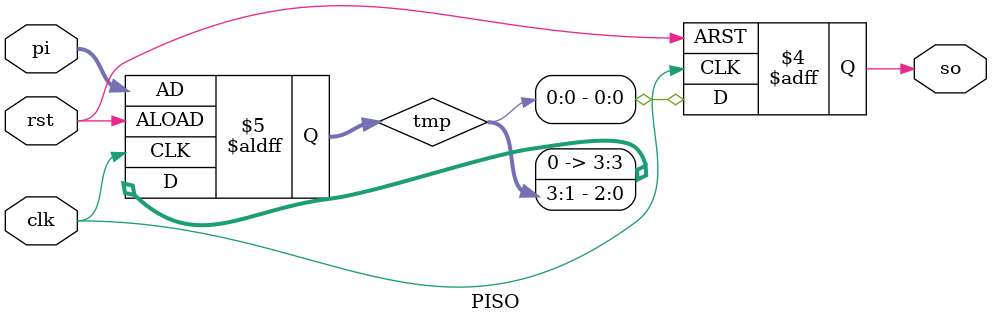
<source format=v>
`timescale 1ns / 1ps
module PISO(clk, rst, pi, so);
input clk, rst;
input [3:0]pi;
output so;
reg so;
reg [3:0]tmp;

always @(posedge clk, posedge rst)
	begin 
		if(rst==1'b1) begin
			so<=1'b0;
			tmp<=pi;
		end else begin
			so <= tmp[0];
			tmp <= tmp>>1'b1;
		end
	end

endmodule

</source>
